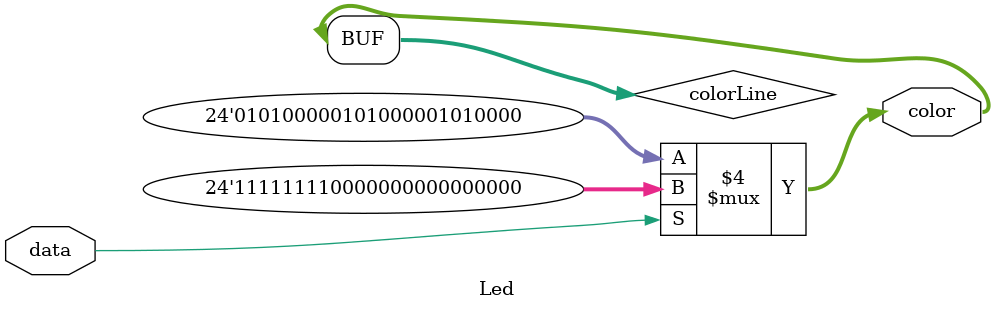
<source format=v>
module Led(color, data);
	output [23:0]color;
	input data;

	reg [23:0]colorLine;

	assign color = colorLine;
	
	always @(*)
	begin
		if (data == 0)
		begin
			colorLine = (80 << 16) | (80 << 8) | 80;
		end
		else
		begin
			colorLine = (255 << 16) | (0 << 8) | 0;
		end
	end
	
endmodule
</source>
